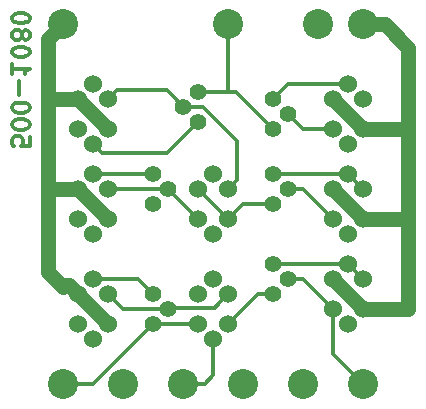
<source format=gbl>
G04 #@! TF.FileFunction,Copper,L2,Bot,Signal*
%FSLAX46Y46*%
G04 Gerber Fmt 4.6, Leading zero omitted, Abs format (unit mm)*
G04 Created by KiCad (PCBNEW (2016-03-22 BZR 6643, Git db8c72c)-product) date 4/2/2016 6:11:23 PM*
%MOMM*%
G01*
G04 APERTURE LIST*
%ADD10C,0.100000*%
%ADD11C,0.300000*%
%ADD12C,2.540000*%
%ADD13C,1.397000*%
%ADD14C,1.524000*%
%ADD15C,0.304800*%
%ADD16C,1.270000*%
G04 APERTURE END LIST*
D10*
D11*
X78418429Y-90836141D02*
X78418429Y-91550427D01*
X77704143Y-91621856D01*
X77775571Y-91550427D01*
X77847000Y-91407570D01*
X77847000Y-91050427D01*
X77775571Y-90907570D01*
X77704143Y-90836141D01*
X77561286Y-90764713D01*
X77204143Y-90764713D01*
X77061286Y-90836141D01*
X76989857Y-90907570D01*
X76918429Y-91050427D01*
X76918429Y-91407570D01*
X76989857Y-91550427D01*
X77061286Y-91621856D01*
X78418429Y-89836142D02*
X78418429Y-89693285D01*
X78347000Y-89550428D01*
X78275571Y-89478999D01*
X78132714Y-89407570D01*
X77847000Y-89336142D01*
X77489857Y-89336142D01*
X77204143Y-89407570D01*
X77061286Y-89478999D01*
X76989857Y-89550428D01*
X76918429Y-89693285D01*
X76918429Y-89836142D01*
X76989857Y-89978999D01*
X77061286Y-90050428D01*
X77204143Y-90121856D01*
X77489857Y-90193285D01*
X77847000Y-90193285D01*
X78132714Y-90121856D01*
X78275571Y-90050428D01*
X78347000Y-89978999D01*
X78418429Y-89836142D01*
X78418429Y-88407571D02*
X78418429Y-88264714D01*
X78347000Y-88121857D01*
X78275571Y-88050428D01*
X78132714Y-87978999D01*
X77847000Y-87907571D01*
X77489857Y-87907571D01*
X77204143Y-87978999D01*
X77061286Y-88050428D01*
X76989857Y-88121857D01*
X76918429Y-88264714D01*
X76918429Y-88407571D01*
X76989857Y-88550428D01*
X77061286Y-88621857D01*
X77204143Y-88693285D01*
X77489857Y-88764714D01*
X77847000Y-88764714D01*
X78132714Y-88693285D01*
X78275571Y-88621857D01*
X78347000Y-88550428D01*
X78418429Y-88407571D01*
X77489857Y-87264714D02*
X77489857Y-86121857D01*
X76918429Y-84621857D02*
X76918429Y-85479000D01*
X76918429Y-85050428D02*
X78418429Y-85050428D01*
X78204143Y-85193285D01*
X78061286Y-85336143D01*
X77989857Y-85479000D01*
X78418429Y-83693286D02*
X78418429Y-83550429D01*
X78347000Y-83407572D01*
X78275571Y-83336143D01*
X78132714Y-83264714D01*
X77847000Y-83193286D01*
X77489857Y-83193286D01*
X77204143Y-83264714D01*
X77061286Y-83336143D01*
X76989857Y-83407572D01*
X76918429Y-83550429D01*
X76918429Y-83693286D01*
X76989857Y-83836143D01*
X77061286Y-83907572D01*
X77204143Y-83979000D01*
X77489857Y-84050429D01*
X77847000Y-84050429D01*
X78132714Y-83979000D01*
X78275571Y-83907572D01*
X78347000Y-83836143D01*
X78418429Y-83693286D01*
X77775571Y-82336143D02*
X77847000Y-82479001D01*
X77918429Y-82550429D01*
X78061286Y-82621858D01*
X78132714Y-82621858D01*
X78275571Y-82550429D01*
X78347000Y-82479001D01*
X78418429Y-82336143D01*
X78418429Y-82050429D01*
X78347000Y-81907572D01*
X78275571Y-81836143D01*
X78132714Y-81764715D01*
X78061286Y-81764715D01*
X77918429Y-81836143D01*
X77847000Y-81907572D01*
X77775571Y-82050429D01*
X77775571Y-82336143D01*
X77704143Y-82479001D01*
X77632714Y-82550429D01*
X77489857Y-82621858D01*
X77204143Y-82621858D01*
X77061286Y-82550429D01*
X76989857Y-82479001D01*
X76918429Y-82336143D01*
X76918429Y-82050429D01*
X76989857Y-81907572D01*
X77061286Y-81836143D01*
X77204143Y-81764715D01*
X77489857Y-81764715D01*
X77632714Y-81836143D01*
X77704143Y-81907572D01*
X77775571Y-82050429D01*
X78418429Y-80836144D02*
X78418429Y-80693287D01*
X78347000Y-80550430D01*
X78275571Y-80479001D01*
X78132714Y-80407572D01*
X77847000Y-80336144D01*
X77489857Y-80336144D01*
X77204143Y-80407572D01*
X77061286Y-80479001D01*
X76989857Y-80550430D01*
X76918429Y-80693287D01*
X76918429Y-80836144D01*
X76989857Y-80979001D01*
X77061286Y-81050430D01*
X77204143Y-81121858D01*
X77489857Y-81193287D01*
X77847000Y-81193287D01*
X78132714Y-81121858D01*
X78275571Y-81050430D01*
X78347000Y-80979001D01*
X78418429Y-80836144D01*
D12*
X95250000Y-81280000D03*
X86360000Y-111760000D03*
X106680000Y-111760000D03*
X81280000Y-111760000D03*
X91440000Y-111760000D03*
X102870000Y-81280000D03*
X96520000Y-111760000D03*
X101600000Y-111760000D03*
X106680000Y-81280000D03*
X81280000Y-81280000D03*
D13*
X88900000Y-93980000D03*
X90170000Y-95250000D03*
X88900000Y-96520000D03*
X99060000Y-93980000D03*
X100330000Y-95250000D03*
X99060000Y-96520000D03*
X99060000Y-87630000D03*
X100330000Y-88900000D03*
X99060000Y-90170000D03*
X92710000Y-89535000D03*
X91440000Y-88265000D03*
X92710000Y-86995000D03*
X88900000Y-104140000D03*
X90170000Y-105410000D03*
X88900000Y-106680000D03*
X99060000Y-101600000D03*
X100330000Y-102870000D03*
X99060000Y-104140000D03*
D14*
X105410000Y-91440000D03*
X104140000Y-90170000D03*
X106680000Y-90170000D03*
X106680000Y-87630000D03*
X104140000Y-87630000D03*
X105410000Y-86360000D03*
X83820000Y-86360000D03*
X85090000Y-87630000D03*
X82550000Y-87630000D03*
X82550000Y-90170000D03*
X85090000Y-90170000D03*
X83820000Y-91440000D03*
X93980000Y-99060000D03*
X92710000Y-97790000D03*
X95250000Y-97790000D03*
X95250000Y-95250000D03*
X92710000Y-95250000D03*
X93980000Y-93980000D03*
X105410000Y-99060000D03*
X104140000Y-97790000D03*
X106680000Y-97790000D03*
X106680000Y-95250000D03*
X104140000Y-95250000D03*
X105410000Y-93980000D03*
X83820000Y-93980000D03*
X85090000Y-95250000D03*
X82550000Y-95250000D03*
X82550000Y-97790000D03*
X85090000Y-97790000D03*
X83820000Y-99060000D03*
X93980000Y-102870000D03*
X95250000Y-104140000D03*
X92710000Y-104140000D03*
X92710000Y-106680000D03*
X95250000Y-106680000D03*
X93980000Y-107950000D03*
X83820000Y-102870000D03*
X85090000Y-104140000D03*
X82550000Y-104140000D03*
X82550000Y-106680000D03*
X85090000Y-106680000D03*
X83820000Y-107950000D03*
X105410000Y-106680000D03*
X104140000Y-105410000D03*
X106680000Y-105410000D03*
X106680000Y-102870000D03*
X104140000Y-102870000D03*
X105410000Y-101600000D03*
D15*
X106680000Y-111760000D02*
X104140000Y-109220000D01*
X104140000Y-109220000D02*
X104140000Y-105410000D01*
X104140000Y-105410000D02*
X101600000Y-102870000D01*
X101600000Y-102870000D02*
X100330000Y-102870000D01*
X92710000Y-106680000D02*
X88900000Y-106680000D01*
X81280000Y-111760000D02*
X83820000Y-111760000D01*
X83820000Y-111760000D02*
X88900000Y-106680000D01*
X91440000Y-111760000D02*
X93236051Y-111760000D01*
X93236051Y-111760000D02*
X93980000Y-111016051D01*
X93980000Y-111016051D02*
X93980000Y-109027630D01*
X93980000Y-109027630D02*
X93980000Y-107950000D01*
X104140000Y-97790000D02*
X101600000Y-95250000D01*
X101600000Y-95250000D02*
X101317828Y-95250000D01*
X101317828Y-95250000D02*
X100330000Y-95250000D01*
X92710000Y-86995000D02*
X95250000Y-86995000D01*
X95250000Y-86995000D02*
X95885000Y-86995000D01*
X95250000Y-81280000D02*
X95250000Y-86995000D01*
X95885000Y-86995000D02*
X99060000Y-90170000D01*
X83820000Y-102870000D02*
X87630000Y-102870000D01*
X87630000Y-102870000D02*
X88900000Y-104140000D01*
X83820000Y-93980000D02*
X88900000Y-93980000D01*
X83820000Y-91440000D02*
X84581999Y-92201999D01*
X84581999Y-92201999D02*
X90043001Y-92201999D01*
X90043001Y-92201999D02*
X92011501Y-90233499D01*
X92011501Y-90233499D02*
X92710000Y-89535000D01*
X82550000Y-90170000D02*
X81915000Y-90170000D01*
X99060000Y-87630000D02*
X100330000Y-86360000D01*
X100330000Y-86360000D02*
X105410000Y-86360000D01*
D16*
X110490000Y-105410000D02*
X106680000Y-105410000D01*
X110490000Y-97790000D02*
X110490000Y-105410000D01*
X110490000Y-97790000D02*
X106680000Y-97790000D01*
X110490000Y-90170000D02*
X110490000Y-97790000D01*
X110490000Y-90170000D02*
X106680000Y-90170000D01*
X110490000Y-83293949D02*
X110490000Y-90170000D01*
X106680000Y-81280000D02*
X108476051Y-81280000D01*
X108476051Y-81280000D02*
X110490000Y-83293949D01*
X104140000Y-87630000D02*
X106680000Y-90170000D01*
X104140000Y-95250000D02*
X106680000Y-97790000D01*
X104140000Y-102870000D02*
X106680000Y-105410000D01*
X81280000Y-103505000D02*
X81406999Y-103378001D01*
X81406999Y-103378001D02*
X81788001Y-103378001D01*
X81788001Y-103378001D02*
X82550000Y-104140000D01*
X80010000Y-102235000D02*
X81280000Y-103505000D01*
X80010000Y-95250000D02*
X80010000Y-102235000D01*
X85090000Y-106680000D02*
X82550000Y-104140000D01*
X82550000Y-95250000D02*
X80010000Y-95250000D01*
X80010000Y-95250000D02*
X80010000Y-87630000D01*
X85090000Y-97790000D02*
X82550000Y-95250000D01*
X85090000Y-90170000D02*
X82550000Y-87630000D01*
X80010000Y-87630000D02*
X82550000Y-87630000D01*
X80010000Y-82550000D02*
X80010000Y-87630000D01*
X81280000Y-81280000D02*
X80010000Y-82550000D01*
D15*
X105410000Y-101600000D02*
X106680000Y-102870000D01*
X99060000Y-101600000D02*
X105410000Y-101600000D01*
X104140000Y-90170000D02*
X101600000Y-90170000D01*
X101600000Y-90170000D02*
X100330000Y-88900000D01*
X95250000Y-95250000D02*
X96011999Y-94488001D01*
X96011999Y-94488001D02*
X96011999Y-91201745D01*
X96011999Y-91201745D02*
X93075254Y-88265000D01*
X92427828Y-88265000D02*
X91440000Y-88265000D01*
X93075254Y-88265000D02*
X92427828Y-88265000D01*
X85090000Y-87630000D02*
X85851999Y-86868001D01*
X90043001Y-86868001D02*
X90741501Y-87566501D01*
X85851999Y-86868001D02*
X90043001Y-86868001D01*
X90741501Y-87566501D02*
X91440000Y-88265000D01*
X90170000Y-105410000D02*
X90271599Y-105308401D01*
X90271599Y-105308401D02*
X94081599Y-105308401D01*
X94081599Y-105308401D02*
X94488001Y-104901999D01*
X94488001Y-104901999D02*
X95250000Y-104140000D01*
X85090000Y-104140000D02*
X86360000Y-105410000D01*
X86360000Y-105410000D02*
X90170000Y-105410000D01*
X99060000Y-104140000D02*
X97790000Y-104140000D01*
X97790000Y-104140000D02*
X95250000Y-106680000D01*
X90170000Y-95250000D02*
X92710000Y-97790000D01*
X85090000Y-95250000D02*
X90170000Y-95250000D01*
X105410000Y-93980000D02*
X106680000Y-95250000D01*
X105410000Y-93980000D02*
X99060000Y-93980000D01*
X95250000Y-97790000D02*
X92710000Y-95250000D01*
X99060000Y-96520000D02*
X96520000Y-96520000D01*
X96520000Y-96520000D02*
X95250000Y-97790000D01*
M02*

</source>
